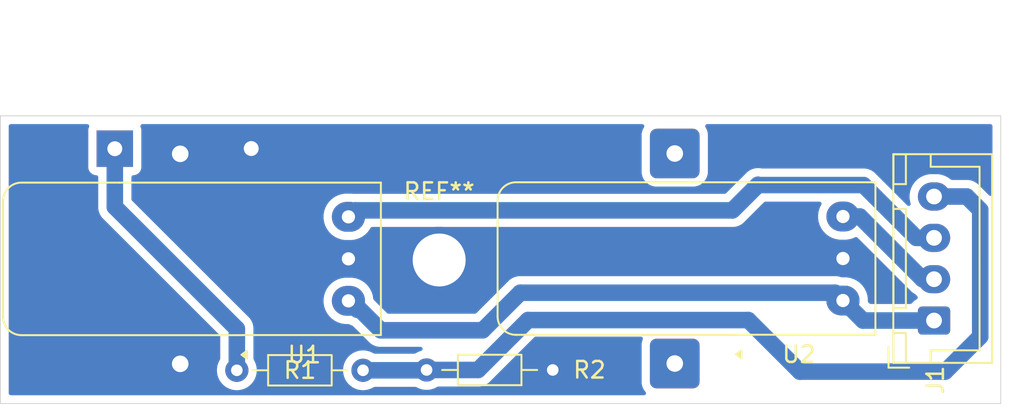
<source format=kicad_pcb>
(kicad_pcb (version 20241229) (generator "pcbnew") (generator_version "9.0")
  (layers (0 "F.Cu" signal) (2 "B.Cu" signal) (5 "F.SilkS" user "F.Silkscreen") (7 "B.SilkS" user "B.Silkscreen") (1 "F.Mask" user) (3 "B.Mask" user) (25 "Edge.Cuts" user))
  (net 0 "")
  (net 1 "+5V")
  (net 2 "GND")
  (net 3 "Net-(J2-Pin_2)")
  (net 4 "/Vbat")
  (net 5 "/Ibat")
  (net 6 "/Iout")
  (footprint "Resistor_THT:R_Axial_DIN0204_L3.6mm_D1.6mm_P7.62mm_Horizontal" (layer "F.Cu") (at 49.26 57.77 180)
    (property "Reference" "R2" (at -2.219039 0 0) (layer "F.SilkS"))
    (property "Value" "1K")
    (fp_line (start 6.68 0) (end 5.73 0) (stroke (width 0.12)) (layer "F.SilkS"))
    (fp_line (start 0.94 0) (end 1.89 0) (stroke (width 0.12)) (layer "F.SilkS"))
    (fp_rect (start 1.89 -0.92) (end 5.73 0.92) (stroke (width 0.12)) (fill no) (layer "F.SilkS"))
    (pad "1" thru_hole circle (at 0 0 180) (size 1.4 1.4) (drill 0.7) (layers "*.Cu" "*.Mask") (net 2 "GND"))
    (pad "2" thru_hole circle (at 7.62 0 180) (size 1.4 1.4) (drill 0.7) (layers "*.Cu" "*.Mask") (net 4 "/Vbat"))
  )
  (footprint "MountingHole:MountingHole_3.2mm_M3" (layer "F.Cu") (at 42.4 51.12)
    (property "Reference" "REF**" (at 0 -4.15 0) (layer "F.SilkS"))
    (property "Value" "MountingHole_3.2mm_M3")
    (pad "" thru_hole circle (at 0 0) (size 4 4) (drill 3.2) (layers "*.Cu" "*.Mask") (net 2 "GND"))
  )
  (footprint "IK5PWC:HCS-LSP" (layer "F.Cu") (at 29.26 56.85 180)
    (property "Reference" "U1" (at -5 0 0) (layer "F.SilkS"))
    (property "Value" "HCS-LSP-10A")
    (fp_line (start 13.2 9.29) (end 13.2 2.29489) (stroke (width 0.12)) (layer "F.SilkS"))
    (fp_line (start 6.175901 10.41) (end 12.06 10.41) (stroke (width 0.12)) (layer "F.SilkS"))
    (fp_line (start -1.27 1.184889) (end 12.09 1.184889) (stroke (width 0.12)) (layer "F.SilkS"))
    (fp_line (start -9.62 10.41) (end 6.175901 10.41) (stroke (width 0.12)) (layer "F.SilkS"))
    (fp_line (start -9.62 10.41) (end -9.62 1.19) (stroke (width 0.12)) (layer "F.SilkS"))
    (fp_line (start -9.62 1.19) (end -1.27 1.19) (stroke (width 0.12)) (layer "F.SilkS"))
    (fp_arc (start 13.2 9.3) (mid 12.874889 10.084889) (end 12.09 10.41) (stroke (width 0.12)) (layer "F.SilkS"))
    (fp_arc (start 12.09 1.184889) (mid 12.874889 1.51) (end 13.2 2.294889) (stroke (width 0.12)) (layer "F.SilkS"))
    (fp_poly (pts (xy -1.2 0) (xy -1.53 0.24) (xy -1.53 -0.24) (xy -1.2 0)) (stroke (width 0.12)) (fill yes) (layer "F.SilkS"))
    (pad "" thru_hole roundrect (at 2.5 -0.55 180) (size 3 3) (drill 1) (layers "*.Cu" "*.Mask") (roundrect_rratio 0.1315789474) (net 2 "GND"))
    (pad "" thru_hole roundrect (at 2.5 12.15 180) (size 3 3) (drill 1) (layers "*.Cu" "*.Mask") (roundrect_rratio 0.1388888889) (net 2 "GND"))
    (pad "1" thru_hole oval (at -7.66 3.26 180) (size 2 1.8) (drill 0.8) (layers "*.Cu" "*.Mask") (net 1 "+5V"))
    (pad "2" thru_hole oval (at -7.66 5.8 180) (size 2 1.8) (drill 0.8) (layers "*.Cu" "*.Mask") (net 2 "GND"))
    (pad "3" thru_hole oval (at -7.66 8.34 180) (size 2 1.8) (drill 0.8) (layers "*.Cu" "*.Mask") (net 5 "/Ibat"))
  )
  (footprint "Connector_JST:JST_XH_B4B-XH-A_1x04_P2.50mm_Vertical" (layer "F.Cu") (at 72.29 54.780961 90)
    (property "Reference" "J1" (at -3.599039 0.08 90) (layer "F.SilkS"))
    (property "Value" "Conn_01x04")
    (fp_line (start -1.6 -2.75) (end -2.85 -2.75) (stroke (width 0.12)) (layer "F.SilkS"))
    (fp_line (start -2.85 -2.75) (end -2.85 -1.5) (stroke (width 0.12)) (layer "F.SilkS"))
    (fp_line (start 10.06 -2.46) (end -2.56 -2.46) (stroke (width 0.12)) (layer "F.SilkS"))
    (fp_line (start -2.56 -2.46) (end -2.56 3.51) (stroke (width 0.12)) (layer "F.SilkS"))
    (fp_line (start 10.05 -2.45) (end 8.25 -2.45) (stroke (width 0.12)) (layer "F.SilkS"))
    (fp_line (start 8.25 -2.45) (end 8.25 -1.7) (stroke (width 0.12)) (layer "F.SilkS"))
    (fp_line (start 6.75 -2.45) (end 0.75 -2.45) (stroke (width 0.12)) (layer "F.SilkS"))
    (fp_line (start 0.75 -2.45) (end 0.75 -1.7) (stroke (width 0.12)) (layer "F.SilkS"))
    (fp_line (start -0.75 -2.45) (end -2.55 -2.45) (stroke (width 0.12)) (layer "F.SilkS"))
    (fp_line (start -2.55 -2.45) (end -2.55 -1.7) (stroke (width 0.12)) (layer "F.SilkS"))
    (fp_line (start 10.05 -1.7) (end 10.05 -2.45) (stroke (width 0.12)) (layer "F.SilkS"))
    (fp_line (start 8.25 -1.7) (end 10.05 -1.7) (stroke (width 0.12)) (layer "F.SilkS"))
    (fp_line (start 6.75 -1.7) (end 6.75 -2.45) (stroke (width 0.12)) (layer "F.SilkS"))
    (fp_line (start 0.75 -1.7) (end 6.75 -1.7) (stroke (width 0.12)) (layer "F.SilkS"))
    (fp_line (start -0.75 -1.7) (end -0.75 -2.45) (stroke (width 0.12)) (layer "F.SilkS"))
    (fp_line (start -2.55 -1.7) (end -0.75 -1.7) (stroke (width 0.12)) (layer "F.SilkS"))
    (fp_line (start 10.05 -0.2) (end 9.3 -0.2) (stroke (width 0.12)) (layer "F.SilkS"))
    (fp_line (start 9.3 -0.2) (end 9.3 2.75) (stroke (width 0.12)) (layer "F.SilkS"))
    (fp_line (start -1.8 -0.2) (end -1.8 2.75) (stroke (width 0.12)) (layer "F.SilkS"))
    (fp_line (start -2.55 -0.2) (end -1.8 -0.2) (stroke (width 0.12)) (layer "F.SilkS"))
    (fp_line (start 9.3 2.75) (end 3.75 2.75) (stroke (width 0.12)) (layer "F.SilkS"))
    (fp_line (start -1.8 2.75) (end 3.75 2.75) (stroke (width 0.12)) (layer "F.SilkS"))
    (fp_line (start 10.06 3.51) (end 10.06 -2.46) (stroke (width 0.12)) (layer "F.SilkS"))
    (fp_line (start -2.56 3.51) (end 10.06 3.51) (stroke (width 0.12)) (layer "F.SilkS"))
    (pad "1" thru_hole roundrect (at 0 0 90) (size 1.7 1.95) (drill 0.95) (layers "*.Cu" "*.Mask") (roundrect_rratio 0.147059) (net 1 "+5V"))
    (pad "2" thru_hole oval (at 2.5 0 90) (size 1.7 1.95) (drill 0.95) (layers "*.Cu" "*.Mask") (net 6 "/Iout"))
    (pad "3" thru_hole oval (at 5 0 90) (size 1.7 1.95) (drill 0.95) (layers "*.Cu" "*.Mask") (net 5 "/Ibat"))
    (pad "4" thru_hole oval (at 7.5 0 90) (size 1.7 1.95) (drill 0.95) (layers "*.Cu" "*.Mask") (net 4 "/Vbat"))
  )
  (footprint "IK5PWC:Mammooth_4mm" (layer "F.Cu") (at 31.05 44.38 180)
    (property "Reference" "J2" (hide yes))
    (property "Value" "Conn_01x02")
    (pad "1" thru_hole rect (at 0 0 180) (size 2.2 2.2) (drill 0.9) (layers "*.Cu" "*.Mask") (net 2 "GND"))
    (pad "2" thru_hole rect (at 8.24 -0.01 180) (size 2.2 2.2) (drill 0.9) (layers "*.Cu" "*.Mask") (net 3 "Net-(J2-Pin_2)"))
  )
  (footprint "IK5PWC:HCS-LSP" (layer "F.Cu") (at 59.13 56.83 180)
    (property "Reference" "U2" (at -5 0 0) (layer "F.SilkS"))
    (property "Value" "HCS-LSP-10A")
    (fp_line (start 13.2 9.29) (end 13.2 2.29489) (stroke (width 0.12)) (layer "F.SilkS"))
    (fp_line (start 6.175901 10.41) (end 12.06 10.41) (stroke (width 0.12)) (layer "F.SilkS"))
    (fp_line (start -1.27 1.184889) (end 12.09 1.184889) (stroke (width 0.12)) (layer "F.SilkS"))
    (fp_line (start -9.62 10.41) (end 6.175901 10.41) (stroke (width 0.12)) (layer "F.SilkS"))
    (fp_line (start -9.62 10.41) (end -9.62 1.19) (stroke (width 0.12)) (layer "F.SilkS"))
    (fp_line (start -9.62 1.19) (end -1.27 1.19) (stroke (width 0.12)) (layer "F.SilkS"))
    (fp_arc (start 13.2 9.3) (mid 12.874889 10.084889) (end 12.09 10.41) (stroke (width 0.12)) (layer "F.SilkS"))
    (fp_arc (start 12.09 1.184889) (mid 12.874889 1.51) (end 13.2 2.294889) (stroke (width 0.12)) (layer "F.SilkS"))
    (fp_poly (pts (xy -1.2 0) (xy -1.53 0.24) (xy -1.53 -0.24) (xy -1.2 0)) (stroke (width 0.12)) (fill yes) (layer "F.SilkS"))
    (pad "" thru_hole roundrect (at 2.5 -0.55 180) (size 3 3) (drill 1) (layers "*.Cu" "*.Mask") (roundrect_rratio 0.1315789474))
    (pad "" thru_hole roundrect (at 2.5 12.15 180) (size 3 3) (drill 1) (layers "*.Cu" "*.Mask") (roundrect_rratio 0.1388888889))
    (pad "1" thru_hole oval (at -7.66 3.26 180) (size 2 1.8) (drill 0.8) (layers "*.Cu" "*.Mask") (net 1 "+5V"))
    (pad "2" thru_hole oval (at -7.66 5.8 180) (size 2 1.8) (drill 0.8) (layers "*.Cu" "*.Mask") (net 2 "GND"))
    (pad "3" thru_hole oval (at -7.66 8.34 180) (size 2 1.8) (drill 0.8) (layers "*.Cu" "*.Mask") (net 6 "/Iout"))
  )
  (footprint "Resistor_THT:R_Axial_DIN0204_L3.6mm_D1.6mm_P7.62mm_Horizontal" (layer "F.Cu") (at 30.18 57.79)
    (property "Reference" "R1" (at 3.81 0 0) (layer "F.SilkS"))
    (property "Value" "3K3")
    (fp_line (start 0.94 0) (end 1.89 0) (stroke (width 0.12)) (layer "F.SilkS"))
    (fp_line (start 6.68 0) (end 5.73 0) (stroke (width 0.12)) (layer "F.SilkS"))
    (fp_rect (start 1.89 -0.92) (end 5.73 0.92) (stroke (width 0.12)) (fill no) (layer "F.SilkS"))
    (pad "1" thru_hole circle (at 0 0) (size 1.4 1.4) (drill 0.7) (layers "*.Cu" "*.Mask") (net 3 "Net-(J2-Pin_2)"))
    (pad "2" thru_hole circle (at 7.62 0) (size 1.4 1.4) (drill 0.7) (layers "*.Cu" "*.Mask") (net 4 "/Vbat"))
  )
  (gr_rect (start 15.9 42.4) (end 76.32 59.8) (stroke (width 0.05)) (fill no) (layer "Edge.Cuts"))
  (segment (start 38.87 55.37) (end 45.027266 55.37) (width 1) (layer "B.Cu") (net 1))
  (segment (start 45.027266 55.37) (end 47.297266 53.1) (width 1) (layer "B.Cu") (net 1))
  (segment (start 68.000961 54.780961) (end 72.29 54.780961) (width 1) (layer "B.Cu") (net 1))
  (segment (start 36.92 53.59) (end 37.461961 54.131961) (width 1) (layer "B.Cu") (net 1))
  (segment (start 37.09 53.59) (end 38.87 55.37) (width 1) (layer "B.Cu") (net 1))
  (segment (start 66.32 53.1) (end 66.79 53.57) (width 1) (layer "B.Cu") (net 1))
  (segment (start 47.297266 53.1) (end 66.32 53.1) (width 1) (layer "B.Cu") (net 1))
  (segment (start 66.79 53.57) (end 68.000961 54.780961) (width 1) (layer "B.Cu") (net 1))
  (segment (start 36.92 53.59) (end 37.09 53.59) (width 1) (layer "B.Cu") (net 1))
  (segment (start 22.81 47.91) (end 22.81 44.39) (width 1) (layer "B.Cu") (net 3))
  (segment (start 30.18 55.28) (end 22.81 47.91) (width 1) (layer "B.Cu") (net 3))
  (segment (start 30.18 57.79) (end 30.18 55.28) (width 1) (layer "B.Cu") (net 3))
  (segment (start 22.81 44.39) (end 22.81 44.921552) (width 1) (layer "B.Cu") (net 3))
  (segment (start 47.766305 54.753695) (end 61.07096 54.753695) (width 1) (layer "B.Cu") (net 4))
  (segment (start 72.96 57.87) (end 75.08 55.75) (width 1) (layer "B.Cu") (net 4))
  (segment (start 61.07096 54.753695) (end 64.187265 57.87) (width 1) (layer "B.Cu") (net 4))
  (segment (start 41.62 57.79) (end 41.64 57.77) (width 1) (layer "B.Cu") (net 4))
  (segment (start 74.265 47.280961) (end 72.29 47.280961) (width 1) (layer "B.Cu") (net 4))
  (segment (start 64.187265 57.87) (end 72.96 57.87) (width 1) (layer "B.Cu") (net 4))
  (segment (start 44.75 57.77) (end 47.766305 54.753695) (width 1) (layer "B.Cu") (net 4))
  (segment (start 41.64 57.77) (end 44.75 57.77) (width 1) (layer "B.Cu") (net 4))
  (segment (start 37.8 57.79) (end 41.62 57.79) (width 1) (layer "B.Cu") (net 4))
  (segment (start 75.08 48.095961) (end 74.265 47.280961) (width 1) (layer "B.Cu") (net 4))
  (segment (start 75.08 55.75) (end 75.08 48.095961) (width 1) (layer "B.Cu") (net 4))
  (segment (start 60.112552 48.119) (end 61.642552 46.589) (width 1) (layer "B.Cu") (net 5))
  (segment (start 61.150776 47.080776) (end 60.200776 48.030776) (width 1) (layer "B.Cu") (net 5))
  (segment (start 71.219653 49.780961) (end 72.29 49.780961) (width 1) (layer "B.Cu") (net 5))
  (segment (start 68.027692 46.589) (end 71.219653 49.780961) (width 1) (layer "B.Cu") (net 5))
  (segment (start 68.027692 46.589) (end 61.642552 46.589) (width 1) (layer "B.Cu") (net 5))
  (segment (start 36.92 48.51) (end 37.311 48.119) (width 1) (layer "B.Cu") (net 5))
  (segment (start 61.665776 46.565776) (end 61.150776 47.080776) (width 1) (layer "B.Cu") (net 5))
  (segment (start 37.311 48.119) (end 60.112552 48.119) (width 1) (layer "B.Cu") (net 5))
  (segment (start 61.642552 46.589) (end 60.200776 48.030776) (width 1) (layer "B.Cu") (net 5))
  (segment (start 67.805958 48.49) (end 71.596919 52.280961) (width 1) (layer "B.Cu") (net 6))
  (segment (start 66.79 48.49) (end 67.805958 48.49) (width 1) (layer "B.Cu") (net 6))
  (segment (start 71.596919 52.280961) (end 72.29 52.280961) (width 1) (layer "B.Cu") (net 6))
  (zone (net 2) (net_name "GND") (layer "B.Cu") (connect_pads yes (clearance 0.5)) (min_thickness 0.25) (fill yes (thermal_gap 0.5) (thermal_bridge_width 0.5))
    (polygon (pts (xy 15.918575 42.4) (xy 76.323757 42.4) (xy 76.319155 59.795607) (xy 15.91 59.79)))
  )
)
</source>
